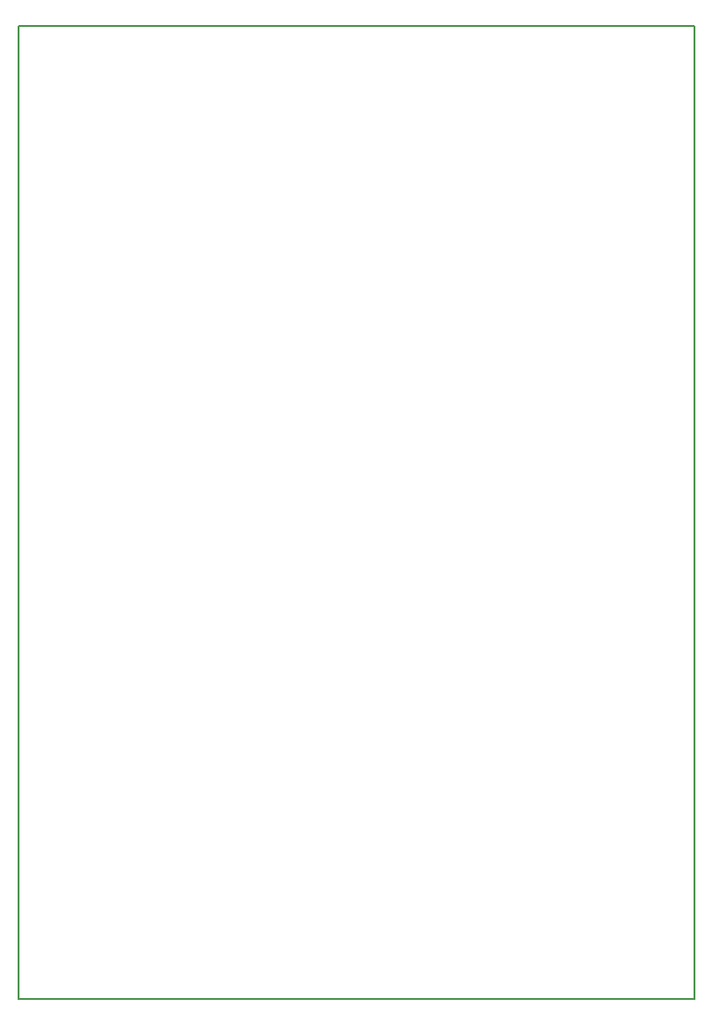
<source format=gm1>
G04 MADE WITH FRITZING*
G04 WWW.FRITZING.ORG*
G04 DOUBLE SIDED*
G04 HOLES PLATED*
G04 CONTOUR ON CENTER OF CONTOUR VECTOR*
%ASAXBY*%
%FSLAX23Y23*%
%MOIN*%
%OFA0B0*%
%SFA1.0B1.0*%
%ADD10R,2.440940X3.503940*%
%ADD11C,0.008000*%
%ADD10C,0.008*%
%LNCONTOUR*%
G90*
G70*
G54D10*
G54D11*
X4Y3500D02*
X2437Y3500D01*
X2437Y4D01*
X4Y4D01*
X4Y3500D01*
D02*
G04 End of contour*
M02*
</source>
